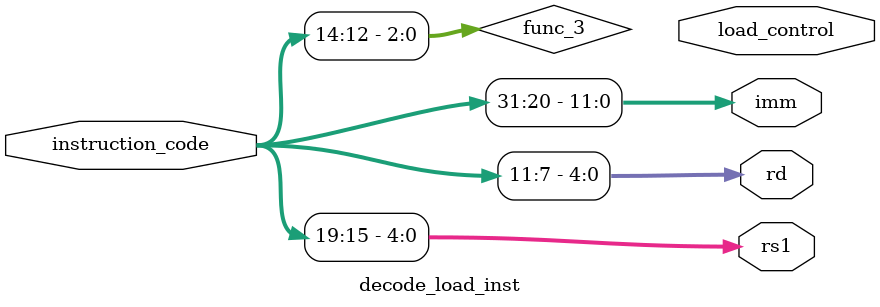
<source format=sv>

module decode_load_inst(
    input logic [31:7] instruction_code,
    output logic [4:0] rs1,
    output logic [4:0] rd,
    output logic [11:0] imm,
    output logic [2:0] load_control
);

logic [2:0] func_3;

always_comb
    begin

         rd [4:0] = instruction_code [11:7] ;
         rs1 [4:0] = instruction_code [19:15] ;
         func_3 [2:0] =  instruction_code [14:12] ;
         imm [11:0] = instruction_code [31:20] ;
    end

endmodule

</source>
